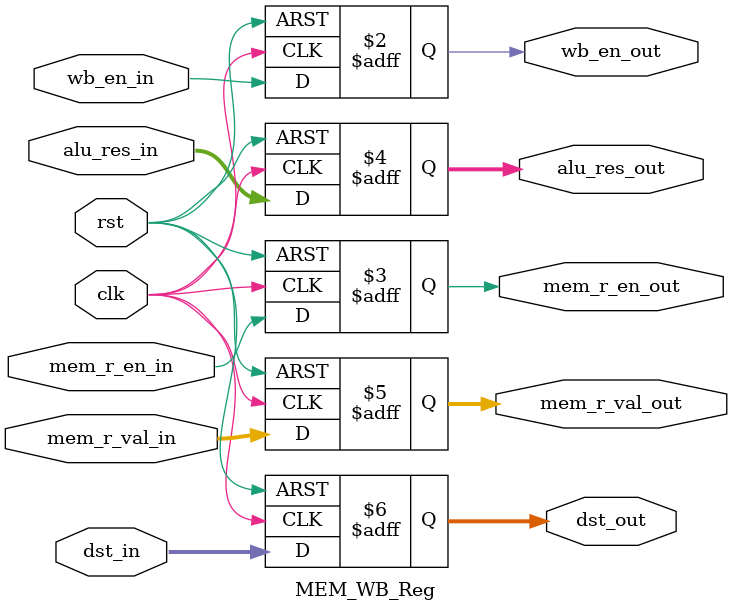
<source format=v>
`timescale 1ps/1ps
module MEM_WB_Reg(input clk,rst,wb_en_in,mem_r_en_in,
input [31:0]alu_res_in,mem_r_val_in,input [3:0]dst_in,
output reg wb_en_out,mem_r_en_out,
output reg [31:0]alu_res_out,mem_r_val_out,output reg [3:0]dst_out);

  always@(posedge clk, posedge rst)
	begin
		if(rst)
		begin
			wb_en_out <= 1'b0;
      mem_r_en_out <= 1'b0;
      alu_res_out <= 32'b0;
      mem_r_val_out <= 32'b0;
      dst_out <= 4'b0;
		end
		else begin
      wb_en_out <= wb_en_in;
      mem_r_en_out <= mem_r_en_in;
      alu_res_out <= alu_res_in;
      mem_r_val_out <= mem_r_val_in;
      dst_out <= dst_in;
		end
	end	
endmodule

</source>
